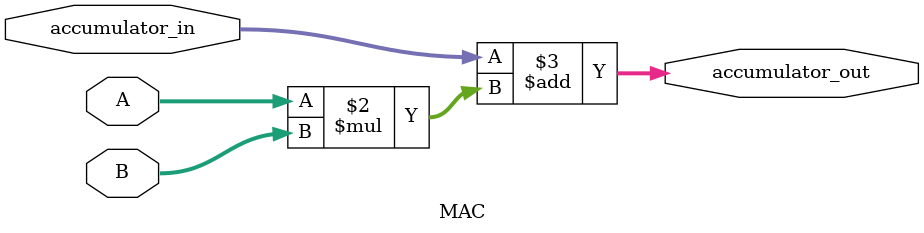
<source format=v>
`timescale 1ns / 1ps


module MAC(
    
    input [15:0] A, // Input data A
    input [15:0] B, // Input data B
    input [15:0] accumulator_in, // Input accumulator
    output reg [31:0] accumulator_out // Output accumulator
);

always @(*) begin
    
    accumulator_out = accumulator_in + ( A * B);
   
end 
endmodule

</source>
